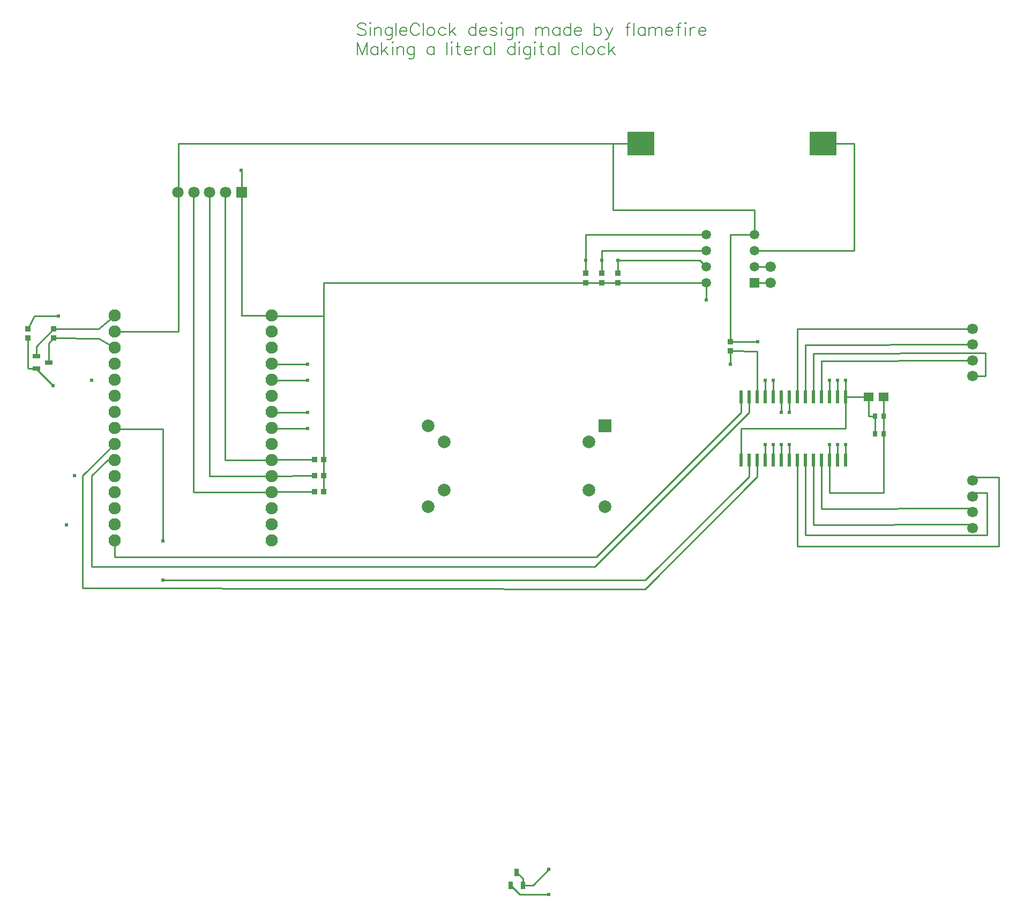
<source format=gtl>
G04 Layer: TopLayer*
G04 EasyEDA v6.5.22, 2022-11-14 19:57:00*
G04 f0da57bd03cf490fa7de3f553d211417,61aeb1a5dc08497992730370c491a1bd,10*
G04 Gerber Generator version 0.2*
G04 Scale: 100 percent, Rotated: No, Reflected: No *
G04 Dimensions in millimeters *
G04 leading zeros omitted , absolute positions ,4 integer and 5 decimal *
%FSLAX45Y45*%
%MOMM*%

%AMMACRO1*21,1,$1,$2,0,0,$3*%
%AMMACRO2*4,1,4,-0.2499,1,0.2499,1,0.2499,-1,-0.2499,-1,-0.2499,1,0*%
%ADD10C,0.2032*%
%ADD11C,0.2540*%
%ADD12R,4.2000X3.8000*%
%ADD13R,1.5000X1.3589*%
%ADD14R,0.8000X0.9000*%
%ADD15MACRO1,0.864X0.8065X0.0000*%
%ADD16R,0.8640X0.8065*%
%ADD17MACRO1,0.864X0.8065X-90.0000*%
%ADD18MACRO2*%
%ADD19R,0.7000X1.2500*%
%ADD20R,1.2500X0.7000*%
%ADD21C,2.0000*%
%ADD22MACRO1,2X2X0.0000*%
%ADD23C,1.9304*%
%ADD24C,1.7000*%
%ADD25R,1.5000X1.5000*%
%ADD26C,1.5000*%
%ADD27C,1.6764*%
%ADD28C,1.8000*%
%ADD29R,1.8000X1.8000*%
%ADD30C,0.6096*%
%ADD31C,0.0116*%

%LPD*%
D10*
X-2385313Y6374892D02*
G01*
X-2403855Y6393434D01*
X-2431542Y6402578D01*
X-2468371Y6402578D01*
X-2496057Y6393434D01*
X-2514600Y6374892D01*
X-2514600Y6356350D01*
X-2505455Y6338062D01*
X-2496057Y6328663D01*
X-2477770Y6319520D01*
X-2422144Y6300978D01*
X-2403855Y6291834D01*
X-2394457Y6282689D01*
X-2385313Y6264147D01*
X-2385313Y6236462D01*
X-2403855Y6217920D01*
X-2431542Y6208776D01*
X-2468371Y6208776D01*
X-2496057Y6217920D01*
X-2514600Y6236462D01*
X-2324354Y6402578D02*
G01*
X-2315210Y6393434D01*
X-2305812Y6402578D01*
X-2315210Y6411976D01*
X-2324354Y6402578D01*
X-2315210Y6338062D02*
G01*
X-2315210Y6208776D01*
X-2244852Y6338062D02*
G01*
X-2244852Y6208776D01*
X-2244852Y6300978D02*
G01*
X-2217165Y6328663D01*
X-2198623Y6338062D01*
X-2170937Y6338062D01*
X-2152650Y6328663D01*
X-2143252Y6300978D01*
X-2143252Y6208776D01*
X-1971547Y6338062D02*
G01*
X-1971547Y6190234D01*
X-1980692Y6162547D01*
X-1990089Y6153150D01*
X-2008378Y6144005D01*
X-2036063Y6144005D01*
X-2054605Y6153150D01*
X-1971547Y6310376D02*
G01*
X-1990089Y6328663D01*
X-2008378Y6338062D01*
X-2036063Y6338062D01*
X-2054605Y6328663D01*
X-2073147Y6310376D01*
X-2082292Y6282689D01*
X-2082292Y6264147D01*
X-2073147Y6236462D01*
X-2054605Y6217920D01*
X-2036063Y6208776D01*
X-2008378Y6208776D01*
X-1990089Y6217920D01*
X-1971547Y6236462D01*
X-1910587Y6402578D02*
G01*
X-1910587Y6208776D01*
X-1849628Y6282689D02*
G01*
X-1738629Y6282689D01*
X-1738629Y6300978D01*
X-1748028Y6319520D01*
X-1757171Y6328663D01*
X-1775713Y6338062D01*
X-1803400Y6338062D01*
X-1821942Y6328663D01*
X-1840229Y6310376D01*
X-1849628Y6282689D01*
X-1849628Y6264147D01*
X-1840229Y6236462D01*
X-1821942Y6217920D01*
X-1803400Y6208776D01*
X-1775713Y6208776D01*
X-1757171Y6217920D01*
X-1738629Y6236462D01*
X-1539239Y6356350D02*
G01*
X-1548384Y6374892D01*
X-1566926Y6393434D01*
X-1585468Y6402578D01*
X-1622297Y6402578D01*
X-1640839Y6393434D01*
X-1659381Y6374892D01*
X-1668526Y6356350D01*
X-1677670Y6328663D01*
X-1677670Y6282689D01*
X-1668526Y6254750D01*
X-1659381Y6236462D01*
X-1640839Y6217920D01*
X-1622297Y6208776D01*
X-1585468Y6208776D01*
X-1566926Y6217920D01*
X-1548384Y6236462D01*
X-1539239Y6254750D01*
X-1478279Y6402578D02*
G01*
X-1478279Y6208776D01*
X-1371092Y6338062D02*
G01*
X-1389634Y6328663D01*
X-1408176Y6310376D01*
X-1417320Y6282689D01*
X-1417320Y6264147D01*
X-1408176Y6236462D01*
X-1389634Y6217920D01*
X-1371092Y6208776D01*
X-1343405Y6208776D01*
X-1324863Y6217920D01*
X-1306576Y6236462D01*
X-1297178Y6264147D01*
X-1297178Y6282689D01*
X-1306576Y6310376D01*
X-1324863Y6328663D01*
X-1343405Y6338062D01*
X-1371092Y6338062D01*
X-1125473Y6310376D02*
G01*
X-1144015Y6328663D01*
X-1162304Y6338062D01*
X-1189989Y6338062D01*
X-1208531Y6328663D01*
X-1227073Y6310376D01*
X-1236218Y6282689D01*
X-1236218Y6264147D01*
X-1227073Y6236462D01*
X-1208531Y6217920D01*
X-1189989Y6208776D01*
X-1162304Y6208776D01*
X-1144015Y6217920D01*
X-1125473Y6236462D01*
X-1064513Y6402578D02*
G01*
X-1064513Y6208776D01*
X-972057Y6338062D02*
G01*
X-1064513Y6245605D01*
X-1027429Y6282689D02*
G01*
X-962913Y6208776D01*
X-648970Y6402578D02*
G01*
X-648970Y6208776D01*
X-648970Y6310376D02*
G01*
X-667257Y6328663D01*
X-685800Y6338062D01*
X-713486Y6338062D01*
X-732028Y6328663D01*
X-750570Y6310376D01*
X-759713Y6282689D01*
X-759713Y6264147D01*
X-750570Y6236462D01*
X-732028Y6217920D01*
X-713486Y6208776D01*
X-685800Y6208776D01*
X-667257Y6217920D01*
X-648970Y6236462D01*
X-588010Y6282689D02*
G01*
X-477012Y6282689D01*
X-477012Y6300978D01*
X-486410Y6319520D01*
X-495554Y6328663D01*
X-514095Y6338062D01*
X-541781Y6338062D01*
X-560070Y6328663D01*
X-578612Y6310376D01*
X-588010Y6282689D01*
X-588010Y6264147D01*
X-578612Y6236462D01*
X-560070Y6217920D01*
X-541781Y6208776D01*
X-514095Y6208776D01*
X-495554Y6217920D01*
X-477012Y6236462D01*
X-314452Y6310376D02*
G01*
X-323850Y6328663D01*
X-351536Y6338062D01*
X-379221Y6338062D01*
X-406907Y6328663D01*
X-416052Y6310376D01*
X-406907Y6291834D01*
X-388365Y6282689D01*
X-342137Y6273292D01*
X-323850Y6264147D01*
X-314452Y6245605D01*
X-314452Y6236462D01*
X-323850Y6217920D01*
X-351536Y6208776D01*
X-379221Y6208776D01*
X-406907Y6217920D01*
X-416052Y6236462D01*
X-253492Y6402578D02*
G01*
X-244347Y6393434D01*
X-234950Y6402578D01*
X-244347Y6411976D01*
X-253492Y6402578D01*
X-244347Y6338062D02*
G01*
X-244347Y6208776D01*
X-63245Y6338062D02*
G01*
X-63245Y6190234D01*
X-72389Y6162547D01*
X-81787Y6153150D01*
X-100329Y6144005D01*
X-128015Y6144005D01*
X-146304Y6153150D01*
X-63245Y6310376D02*
G01*
X-81787Y6328663D01*
X-100329Y6338062D01*
X-128015Y6338062D01*
X-146304Y6328663D01*
X-164845Y6310376D01*
X-173989Y6282689D01*
X-173989Y6264147D01*
X-164845Y6236462D01*
X-146304Y6217920D01*
X-128015Y6208776D01*
X-100329Y6208776D01*
X-81787Y6217920D01*
X-63245Y6236462D01*
X-2286Y6338062D02*
G01*
X-2286Y6208776D01*
X-2286Y6300978D02*
G01*
X25400Y6328663D01*
X43942Y6338062D01*
X71628Y6338062D01*
X90170Y6328663D01*
X99313Y6300978D01*
X99313Y6208776D01*
X302513Y6338062D02*
G01*
X302513Y6208776D01*
X302513Y6300978D02*
G01*
X330200Y6328663D01*
X348742Y6338062D01*
X376428Y6338062D01*
X394970Y6328663D01*
X404113Y6300978D01*
X404113Y6208776D01*
X404113Y6300978D02*
G01*
X431800Y6328663D01*
X450342Y6338062D01*
X478028Y6338062D01*
X496570Y6328663D01*
X505713Y6300978D01*
X505713Y6208776D01*
X677418Y6338062D02*
G01*
X677418Y6208776D01*
X677418Y6310376D02*
G01*
X659129Y6328663D01*
X640587Y6338062D01*
X612902Y6338062D01*
X594360Y6328663D01*
X575818Y6310376D01*
X566673Y6282689D01*
X566673Y6264147D01*
X575818Y6236462D01*
X594360Y6217920D01*
X612902Y6208776D01*
X640587Y6208776D01*
X659129Y6217920D01*
X677418Y6236462D01*
X849376Y6402578D02*
G01*
X849376Y6208776D01*
X849376Y6310376D02*
G01*
X830834Y6328663D01*
X812292Y6338062D01*
X784605Y6338062D01*
X766063Y6328663D01*
X747776Y6310376D01*
X738378Y6282689D01*
X738378Y6264147D01*
X747776Y6236462D01*
X766063Y6217920D01*
X784605Y6208776D01*
X812292Y6208776D01*
X830834Y6217920D01*
X849376Y6236462D01*
X910336Y6282689D02*
G01*
X1021079Y6282689D01*
X1021079Y6300978D01*
X1011936Y6319520D01*
X1002537Y6328663D01*
X984250Y6338062D01*
X956310Y6338062D01*
X938021Y6328663D01*
X919479Y6310376D01*
X910336Y6282689D01*
X910336Y6264147D01*
X919479Y6236462D01*
X938021Y6217920D01*
X956310Y6208776D01*
X984250Y6208776D01*
X1002537Y6217920D01*
X1021079Y6236462D01*
X1224279Y6402578D02*
G01*
X1224279Y6208776D01*
X1224279Y6310376D02*
G01*
X1242821Y6328663D01*
X1261110Y6338062D01*
X1289050Y6338062D01*
X1307337Y6328663D01*
X1325879Y6310376D01*
X1335023Y6282689D01*
X1335023Y6264147D01*
X1325879Y6236462D01*
X1307337Y6217920D01*
X1289050Y6208776D01*
X1261110Y6208776D01*
X1242821Y6217920D01*
X1224279Y6236462D01*
X1405381Y6338062D02*
G01*
X1460754Y6208776D01*
X1516126Y6338062D02*
G01*
X1460754Y6208776D01*
X1442212Y6171692D01*
X1423670Y6153150D01*
X1405381Y6144005D01*
X1395984Y6144005D01*
X1793239Y6402578D02*
G01*
X1774697Y6402578D01*
X1756410Y6393434D01*
X1747012Y6365747D01*
X1747012Y6208776D01*
X1719326Y6338062D02*
G01*
X1784095Y6338062D01*
X1854200Y6402578D02*
G01*
X1854200Y6208776D01*
X2025904Y6338062D02*
G01*
X2025904Y6208776D01*
X2025904Y6310376D02*
G01*
X2007615Y6328663D01*
X1989074Y6338062D01*
X1961388Y6338062D01*
X1942845Y6328663D01*
X1924304Y6310376D01*
X1915160Y6282689D01*
X1915160Y6264147D01*
X1924304Y6236462D01*
X1942845Y6217920D01*
X1961388Y6208776D01*
X1989074Y6208776D01*
X2007615Y6217920D01*
X2025904Y6236462D01*
X2086863Y6338062D02*
G01*
X2086863Y6208776D01*
X2086863Y6300978D02*
G01*
X2114550Y6328663D01*
X2133091Y6338062D01*
X2160777Y6338062D01*
X2179320Y6328663D01*
X2188463Y6300978D01*
X2188463Y6208776D01*
X2188463Y6300978D02*
G01*
X2216150Y6328663D01*
X2234691Y6338062D01*
X2262377Y6338062D01*
X2280920Y6328663D01*
X2290063Y6300978D01*
X2290063Y6208776D01*
X2351024Y6282689D02*
G01*
X2462022Y6282689D01*
X2462022Y6300978D01*
X2452624Y6319520D01*
X2443479Y6328663D01*
X2424938Y6338062D01*
X2397252Y6338062D01*
X2378709Y6328663D01*
X2360422Y6310376D01*
X2351024Y6282689D01*
X2351024Y6264147D01*
X2360422Y6236462D01*
X2378709Y6217920D01*
X2397252Y6208776D01*
X2424938Y6208776D01*
X2443479Y6217920D01*
X2462022Y6236462D01*
X2596895Y6402578D02*
G01*
X2578354Y6402578D01*
X2559811Y6393434D01*
X2550668Y6365747D01*
X2550668Y6208776D01*
X2522981Y6338062D02*
G01*
X2587497Y6338062D01*
X2657856Y6402578D02*
G01*
X2667000Y6393434D01*
X2676143Y6402578D01*
X2667000Y6411976D01*
X2657856Y6402578D01*
X2667000Y6338062D02*
G01*
X2667000Y6208776D01*
X2737104Y6338062D02*
G01*
X2737104Y6208776D01*
X2737104Y6282689D02*
G01*
X2746502Y6310376D01*
X2764790Y6328663D01*
X2783331Y6338062D01*
X2811018Y6338062D01*
X2871977Y6282689D02*
G01*
X2982975Y6282689D01*
X2982975Y6300978D01*
X2973577Y6319520D01*
X2964434Y6328663D01*
X2945891Y6338062D01*
X2918206Y6338062D01*
X2899663Y6328663D01*
X2881375Y6310376D01*
X2871977Y6282689D01*
X2871977Y6264147D01*
X2881375Y6236462D01*
X2899663Y6217920D01*
X2918206Y6208776D01*
X2945891Y6208776D01*
X2964434Y6217920D01*
X2982975Y6236462D01*
X-2514600Y6097778D02*
G01*
X-2514600Y5903976D01*
X-2514600Y6097778D02*
G01*
X-2440686Y5903976D01*
X-2366771Y6097778D02*
G01*
X-2440686Y5903976D01*
X-2366771Y6097778D02*
G01*
X-2366771Y5903976D01*
X-2195068Y6033262D02*
G01*
X-2195068Y5903976D01*
X-2195068Y6005576D02*
G01*
X-2213610Y6023863D01*
X-2231897Y6033262D01*
X-2259584Y6033262D01*
X-2278126Y6023863D01*
X-2296668Y6005576D01*
X-2305812Y5977889D01*
X-2305812Y5959347D01*
X-2296668Y5931662D01*
X-2278126Y5913120D01*
X-2259584Y5903976D01*
X-2231897Y5903976D01*
X-2213610Y5913120D01*
X-2195068Y5931662D01*
X-2134107Y6097778D02*
G01*
X-2134107Y5903976D01*
X-2041652Y6033262D02*
G01*
X-2134107Y5940805D01*
X-2097023Y5977889D02*
G01*
X-2032507Y5903976D01*
X-1971547Y6097778D02*
G01*
X-1962150Y6088634D01*
X-1953005Y6097778D01*
X-1962150Y6107176D01*
X-1971547Y6097778D01*
X-1962150Y6033262D02*
G01*
X-1962150Y5903976D01*
X-1892045Y6033262D02*
G01*
X-1892045Y5903976D01*
X-1892045Y5996178D02*
G01*
X-1864360Y6023863D01*
X-1845818Y6033262D01*
X-1818131Y6033262D01*
X-1799589Y6023863D01*
X-1790445Y5996178D01*
X-1790445Y5903976D01*
X-1618742Y6033262D02*
G01*
X-1618742Y5885434D01*
X-1627886Y5857747D01*
X-1637029Y5848350D01*
X-1655571Y5839205D01*
X-1683257Y5839205D01*
X-1701800Y5848350D01*
X-1618742Y6005576D02*
G01*
X-1637029Y6023863D01*
X-1655571Y6033262D01*
X-1683257Y6033262D01*
X-1701800Y6023863D01*
X-1720342Y6005576D01*
X-1729486Y5977889D01*
X-1729486Y5959347D01*
X-1720342Y5931662D01*
X-1701800Y5913120D01*
X-1683257Y5903976D01*
X-1655571Y5903976D01*
X-1637029Y5913120D01*
X-1618742Y5931662D01*
X-1304544Y6033262D02*
G01*
X-1304544Y5903976D01*
X-1304544Y6005576D02*
G01*
X-1323086Y6023863D01*
X-1341628Y6033262D01*
X-1369313Y6033262D01*
X-1387855Y6023863D01*
X-1406144Y6005576D01*
X-1415542Y5977889D01*
X-1415542Y5959347D01*
X-1406144Y5931662D01*
X-1387855Y5913120D01*
X-1369313Y5903976D01*
X-1341628Y5903976D01*
X-1323086Y5913120D01*
X-1304544Y5931662D01*
X-1101344Y6097778D02*
G01*
X-1101344Y5903976D01*
X-1040384Y6097778D02*
G01*
X-1031239Y6088634D01*
X-1022095Y6097778D01*
X-1031239Y6107176D01*
X-1040384Y6097778D01*
X-1031239Y6033262D02*
G01*
X-1031239Y5903976D01*
X-933450Y6097778D02*
G01*
X-933450Y5940805D01*
X-924052Y5913120D01*
X-905510Y5903976D01*
X-887221Y5903976D01*
X-961136Y6033262D02*
G01*
X-896365Y6033262D01*
X-826262Y5977889D02*
G01*
X-715263Y5977889D01*
X-715263Y5996178D01*
X-724662Y6014720D01*
X-733805Y6023863D01*
X-752347Y6033262D01*
X-780034Y6033262D01*
X-798576Y6023863D01*
X-816863Y6005576D01*
X-826262Y5977889D01*
X-826262Y5959347D01*
X-816863Y5931662D01*
X-798576Y5913120D01*
X-780034Y5903976D01*
X-752347Y5903976D01*
X-733805Y5913120D01*
X-715263Y5931662D01*
X-654304Y6033262D02*
G01*
X-654304Y5903976D01*
X-654304Y5977889D02*
G01*
X-645160Y6005576D01*
X-626618Y6023863D01*
X-608329Y6033262D01*
X-580389Y6033262D01*
X-408686Y6033262D02*
G01*
X-408686Y5903976D01*
X-408686Y6005576D02*
G01*
X-427228Y6023863D01*
X-445770Y6033262D01*
X-473455Y6033262D01*
X-491744Y6023863D01*
X-510286Y6005576D01*
X-519429Y5977889D01*
X-519429Y5959347D01*
X-510286Y5931662D01*
X-491744Y5913120D01*
X-473455Y5903976D01*
X-445770Y5903976D01*
X-427228Y5913120D01*
X-408686Y5931662D01*
X-347726Y6097778D02*
G01*
X-347726Y5903976D01*
X-33781Y6097778D02*
G01*
X-33781Y5903976D01*
X-33781Y6005576D02*
G01*
X-52070Y6023863D01*
X-70612Y6033262D01*
X-98297Y6033262D01*
X-116839Y6023863D01*
X-135381Y6005576D01*
X-144526Y5977889D01*
X-144526Y5959347D01*
X-135381Y5931662D01*
X-116839Y5913120D01*
X-98297Y5903976D01*
X-70612Y5903976D01*
X-52070Y5913120D01*
X-33781Y5931662D01*
X27178Y6097778D02*
G01*
X36576Y6088634D01*
X45720Y6097778D01*
X36576Y6107176D01*
X27178Y6097778D01*
X36576Y6033262D02*
G01*
X36576Y5903976D01*
X217423Y6033262D02*
G01*
X217423Y5885434D01*
X208279Y5857747D01*
X199136Y5848350D01*
X180594Y5839205D01*
X152907Y5839205D01*
X134365Y5848350D01*
X217423Y6005576D02*
G01*
X199136Y6023863D01*
X180594Y6033262D01*
X152907Y6033262D01*
X134365Y6023863D01*
X115823Y6005576D01*
X106679Y5977889D01*
X106679Y5959347D01*
X115823Y5931662D01*
X134365Y5913120D01*
X152907Y5903976D01*
X180594Y5903976D01*
X199136Y5913120D01*
X217423Y5931662D01*
X278384Y6097778D02*
G01*
X287781Y6088634D01*
X296926Y6097778D01*
X287781Y6107176D01*
X278384Y6097778D01*
X287781Y6033262D02*
G01*
X287781Y5903976D01*
X385571Y6097778D02*
G01*
X385571Y5940805D01*
X394970Y5913120D01*
X413257Y5903976D01*
X431800Y5903976D01*
X357886Y6033262D02*
G01*
X422655Y6033262D01*
X603504Y6033262D02*
G01*
X603504Y5903976D01*
X603504Y6005576D02*
G01*
X585215Y6023863D01*
X566673Y6033262D01*
X538987Y6033262D01*
X520445Y6023863D01*
X501904Y6005576D01*
X492760Y5977889D01*
X492760Y5959347D01*
X501904Y5931662D01*
X520445Y5913120D01*
X538987Y5903976D01*
X566673Y5903976D01*
X585215Y5913120D01*
X603504Y5931662D01*
X664463Y6097778D02*
G01*
X664463Y5903976D01*
X978662Y6005576D02*
G01*
X960120Y6023863D01*
X941578Y6033262D01*
X913892Y6033262D01*
X895350Y6023863D01*
X877062Y6005576D01*
X867663Y5977889D01*
X867663Y5959347D01*
X877062Y5931662D01*
X895350Y5913120D01*
X913892Y5903976D01*
X941578Y5903976D01*
X960120Y5913120D01*
X978662Y5931662D01*
X1039621Y6097778D02*
G01*
X1039621Y5903976D01*
X1146810Y6033262D02*
G01*
X1128268Y6023863D01*
X1109726Y6005576D01*
X1100581Y5977889D01*
X1100581Y5959347D01*
X1109726Y5931662D01*
X1128268Y5913120D01*
X1146810Y5903976D01*
X1174495Y5903976D01*
X1192784Y5913120D01*
X1211326Y5931662D01*
X1220470Y5959347D01*
X1220470Y5977889D01*
X1211326Y6005576D01*
X1192784Y6023863D01*
X1174495Y6033262D01*
X1146810Y6033262D01*
X1392428Y6005576D02*
G01*
X1373886Y6023863D01*
X1355344Y6033262D01*
X1327657Y6033262D01*
X1309370Y6023863D01*
X1290828Y6005576D01*
X1281429Y5977889D01*
X1281429Y5959347D01*
X1290828Y5931662D01*
X1309370Y5913120D01*
X1327657Y5903976D01*
X1355344Y5903976D01*
X1373886Y5913120D01*
X1392428Y5931662D01*
X1453387Y6097778D02*
G01*
X1453387Y5903976D01*
X1545589Y6033262D02*
G01*
X1453387Y5940805D01*
X1490218Y5977889D02*
G01*
X1554987Y5903976D01*
D11*
X3759200Y3060700D02*
G01*
X3759200Y3454400D01*
X1524000Y3454400D01*
X1524000Y4495800D01*
X1528190Y4499990D01*
X1961489Y4499990D01*
X3759200Y2806700D02*
G01*
X5334000Y2806700D01*
X5334000Y4495800D01*
X5329809Y4499990D01*
X4838496Y4499990D01*
X4013200Y2552700D02*
G01*
X3759200Y2552700D01*
X3759200Y2298700D02*
G01*
X4013200Y2298700D01*
X-3199536Y-495300D02*
G01*
X-3873271Y-495300D01*
X-3876979Y-499008D01*
X-3876979Y-753008D02*
G01*
X-3224936Y-749300D01*
X-3876039Y-1007008D02*
G01*
X-3873271Y-1003300D01*
X-3224936Y-1003300D01*
X2997200Y2298700D02*
G01*
X2997200Y2032000D01*
X-3048863Y-495300D02*
G01*
X-3048863Y-749297D01*
X-3048861Y-749300D01*
X-3048863Y-1003300D02*
G01*
X-3048863Y-749300D01*
X-3302000Y0D02*
G01*
X-3867988Y0D01*
X-3876979Y8991D01*
X-3302000Y254000D02*
G01*
X-3867988Y254000D01*
X-3876979Y262991D01*
X-3302000Y762000D02*
G01*
X-3867988Y762000D01*
X-3876979Y770991D01*
X-3302000Y1016000D02*
G01*
X-3867988Y1016000D01*
X-3876979Y1024991D01*
X-3876979Y1786991D02*
G01*
X-4356100Y1786991D01*
X-4351401Y1791690D01*
X-4351401Y3733800D01*
X-3876979Y-1007008D02*
G01*
X-5105400Y-1007008D01*
X-5105400Y3729812D01*
X-5101412Y3733800D01*
X-3876979Y-753008D02*
G01*
X-4851400Y-753008D01*
X-4851400Y3733800D01*
X-3876979Y-499008D02*
G01*
X-4610100Y-499008D01*
X-4610100Y3725113D01*
X-4601413Y3733800D01*
X1961489Y4499990D02*
G01*
X-5346700Y4499990D01*
X-5346700Y3738498D01*
X-5351398Y3733800D01*
X-6353987Y1532991D02*
G01*
X-5346700Y1532991D01*
X-5346700Y3729101D01*
X-5351398Y3733800D01*
X3378200Y1370736D02*
G01*
X3378200Y3060700D01*
X3759200Y3060700D01*
X3378200Y1016000D02*
G01*
X3378200Y1220061D01*
X2997200Y2298700D02*
G01*
X1600200Y2299462D01*
X1346200Y2299563D02*
G01*
X1600200Y2299563D01*
X1092200Y2299563D02*
G01*
X1346200Y2299563D01*
X2997200Y3060700D02*
G01*
X1092200Y3060700D01*
X1092200Y2654300D01*
X1092200Y2450236D02*
G01*
X1092200Y2654300D01*
X1346200Y2450236D02*
G01*
X1346200Y2654300D01*
X2997200Y2806700D02*
G01*
X1346200Y2805429D01*
X1346200Y2654300D01*
X2997200Y2552700D02*
G01*
X2895600Y2654300D01*
X1600200Y2654300D01*
X1600200Y2450236D02*
G01*
X1600200Y2654300D01*
X-7315200Y1423263D02*
G01*
X-6604000Y1422400D01*
X-6353987Y1278991D01*
X-7315200Y1573936D02*
G01*
X-6604000Y1574800D01*
X-6353987Y1786991D01*
X1092200Y2299563D02*
G01*
X-3048000Y2299563D01*
X-3048000Y1778000D01*
X-7315200Y1423261D02*
G01*
X-7393000Y1345460D01*
X-7393000Y1041400D01*
X-7315200Y1573938D02*
G01*
X-7592999Y1296139D01*
X-7592999Y1136395D01*
X0Y-7024700D02*
G01*
X94995Y-7119696D01*
X94995Y-7224699D01*
X3378200Y1370736D02*
G01*
X3809136Y1370736D01*
X3810000Y1371600D01*
X3793901Y431800D02*
G01*
X3797300Y1219200D01*
X3378200Y1220063D01*
X5195491Y500001D02*
G01*
X5194300Y501190D01*
X5194300Y762000D01*
X5068491Y499998D02*
G01*
X5067300Y762000D01*
X5067300Y762000D01*
X4941491Y499998D02*
G01*
X4940300Y762000D01*
X4940300Y762000D01*
X4814491Y499998D02*
G01*
X4813300Y1066800D01*
X7199884Y1074928D01*
X7199985Y824992D02*
G01*
X7404100Y825500D01*
X7404100Y1193800D01*
X4686300Y1181100D01*
X4687491Y499998D01*
X4560491Y499998D02*
G01*
X4559300Y1320800D01*
X7199985Y1324990D01*
X4433491Y499998D02*
G01*
X4432300Y1574800D01*
X7199884Y1575054D01*
X4940300Y-254000D02*
G01*
X4940300Y-254000D01*
X4941491Y-499998D01*
X5068491Y-499998D02*
G01*
X5068491Y-499998D01*
X5067300Y-254000D01*
X5195491Y-500001D02*
G01*
X5194300Y-498810D01*
X5194300Y-254000D01*
X4687491Y-499998D02*
G01*
X4686300Y-1524000D01*
X7213600Y-1518005D01*
X4814491Y-499998D02*
G01*
X4813300Y-1270000D01*
X7213600Y-1267993D01*
X7213600Y-1018006D02*
G01*
X7429500Y-1018006D01*
X7429500Y-1689100D01*
X4559300Y-1689100D01*
X4560491Y-499998D01*
X4433491Y-499998D02*
G01*
X4432300Y-1866900D01*
X7620000Y-1866900D01*
X7620000Y-774700D01*
X7220305Y-774700D01*
X7213600Y-767994D01*
X5796892Y495300D02*
G01*
X5797699Y190500D01*
X5556907Y495300D02*
G01*
X5556907Y190500D01*
X5657700Y190500D01*
X5657700Y-88900D02*
G01*
X5657700Y190500D01*
X5797699Y-88900D02*
G01*
X5797699Y190500D01*
X5556910Y495300D02*
G01*
X5195491Y499998D01*
X5797702Y-88900D02*
G01*
X5797702Y-1016000D01*
X4940300Y-1016000D01*
X4941491Y-499998D01*
X4941491Y-499998D01*
X3671564Y-500123D02*
G01*
X3670300Y-762000D01*
X2032000Y-2400300D01*
X-5588000Y-2400300D01*
X-6353987Y8991D02*
G01*
X-6332296Y-12700D01*
X-5588000Y-12700D01*
X-5588000Y-1778000D01*
X3544570Y500126D02*
G01*
X3543300Y254000D01*
X1257300Y-2032000D01*
X-6350000Y-2032000D01*
X-6353987Y-2028012D01*
X-6353987Y-1769008D01*
X3671570Y500126D02*
G01*
X3670300Y254000D01*
X1231900Y-2184400D01*
X-6718300Y-2184400D01*
X-6718300Y-749300D01*
X-6468008Y-499008D01*
X-6353987Y-499008D01*
X-3048863Y-495300D02*
G01*
X-3048000Y1778000D01*
X-3868420Y1778000D01*
X-3876039Y1786991D01*
X-7327900Y673100D02*
G01*
X-7315200Y685800D01*
X-7327900Y673100D02*
G01*
X-7592999Y938199D01*
X-7592999Y946404D01*
X-7721600Y1423263D02*
G01*
X-7721600Y952500D01*
X-7714995Y946404D01*
X-7592999Y946404D01*
X-4351398Y3733800D02*
G01*
X-4351398Y4071998D01*
X-4356100Y4076700D01*
X-7239000Y1778000D02*
G01*
X-7620000Y1778000D01*
X-7721600Y1573936D01*
X5195570Y500126D02*
G01*
X5194300Y0D01*
X3544570Y-1270D01*
X3544570Y-500126D01*
X508000Y-7366000D02*
G01*
X46304Y-7366000D01*
X-94995Y-7224699D01*
X508000Y-6972300D02*
G01*
X255600Y-7224699D01*
X94995Y-7224699D01*
X3798570Y-500126D02*
G01*
X3797300Y-762000D01*
X2032000Y-2540000D01*
X-6858000Y-2527300D01*
X-6858000Y-749020D01*
X-6353987Y-245008D01*
X3924300Y-254000D02*
G01*
X3925570Y-500126D01*
X4051300Y-254000D02*
G01*
X4052570Y-500126D01*
X4178300Y-254000D02*
G01*
X4179570Y-500126D01*
X4305300Y-254000D02*
G01*
X4306570Y-500126D01*
X3924300Y762000D02*
G01*
X3925570Y500126D01*
X4051300Y762000D02*
G01*
X4052570Y500126D01*
X4306570Y500126D02*
G01*
X4305300Y254000D01*
X4179570Y500126D02*
G01*
X4178300Y254000D01*
D12*
G01*
X4838496Y4499990D03*
G01*
X1961489Y4499990D03*
D13*
G01*
X5556910Y495300D03*
G01*
X5796889Y495300D03*
D14*
G01*
X5657697Y-88900D03*
G01*
X5797702Y-88900D03*
G01*
X5657697Y190500D03*
G01*
X5797702Y190500D03*
D15*
G01*
X1600200Y2299575D03*
D16*
G01*
X1600200Y2450236D03*
D15*
G01*
X1346200Y2299575D03*
D16*
G01*
X1346200Y2450236D03*
D15*
G01*
X1092200Y2299575D03*
D16*
G01*
X1092200Y2450236D03*
D15*
G01*
X3378200Y1370724D03*
D16*
G01*
X3378200Y1220063D03*
D17*
G01*
X-3199524Y-495300D03*
G01*
X-3048875Y-495300D03*
G01*
X-3199524Y-749300D03*
G01*
X-3048875Y-749300D03*
G01*
X-3199524Y-1003300D03*
G01*
X-3048875Y-1003300D03*
D18*
G01*
X3544493Y499998D03*
G01*
X3544493Y-499998D03*
G01*
X3671493Y499998D03*
G01*
X3671493Y-499998D03*
G01*
X3798493Y499998D03*
G01*
X3798493Y-499998D03*
G01*
X3925493Y499998D03*
G01*
X3925493Y-499998D03*
G01*
X4052493Y499998D03*
G01*
X4052493Y-499998D03*
G01*
X4179493Y499998D03*
G01*
X4179493Y-499998D03*
G01*
X4306493Y499998D03*
G01*
X4306493Y-499998D03*
G01*
X4433493Y499998D03*
G01*
X4433493Y-499998D03*
G01*
X4560493Y499998D03*
G01*
X4560493Y-499998D03*
G01*
X4687493Y499998D03*
G01*
X4687493Y-499998D03*
G01*
X4814493Y499998D03*
G01*
X4814493Y-499998D03*
G01*
X4941493Y499998D03*
G01*
X4941493Y-499998D03*
G01*
X5068493Y499998D03*
G01*
X5068493Y-499998D03*
G01*
X5195493Y499998D03*
G01*
X5195493Y-499998D03*
D19*
G01*
X-94995Y-7224699D03*
G01*
X94995Y-7224699D03*
G01*
X0Y-7024700D03*
D20*
G01*
X-7592999Y1136395D03*
G01*
X-7592999Y946404D03*
G01*
X-7393000Y1041400D03*
D15*
G01*
X-7721600Y1573924D03*
D16*
G01*
X-7721600Y1423263D03*
D15*
G01*
X-7315200Y1573924D03*
D16*
G01*
X-7315200Y1423263D03*
D21*
G01*
X1143000Y-218998D03*
G01*
X-1143000Y-218998D03*
G01*
X1397000Y-1235989D03*
D22*
G01*
X1397000Y35991D03*
D21*
G01*
X1143000Y-980998D03*
G01*
X-1397000Y-1235989D03*
G01*
X-1397000Y35991D03*
G01*
X-1143000Y-980998D03*
D23*
G01*
X-6353987Y1786991D03*
G01*
X-6353987Y1532991D03*
G01*
X-6353987Y1278991D03*
G01*
X-6353987Y1024991D03*
G01*
X-6353987Y770991D03*
G01*
X-6353987Y516991D03*
G01*
X-6353987Y262991D03*
G01*
X-6353987Y8991D03*
G01*
X-6353987Y-245008D03*
G01*
X-6353987Y-499008D03*
G01*
X-6353987Y-753008D03*
G01*
X-6353987Y-1007008D03*
G01*
X-6353987Y-1261008D03*
G01*
X-6353987Y-1515008D03*
G01*
X-6353987Y-1769008D03*
G01*
X-3876979Y1786991D03*
G01*
X-3876979Y1532991D03*
G01*
X-3876979Y1278991D03*
G01*
X-3876979Y1024991D03*
G01*
X-3876979Y770991D03*
G01*
X-3876979Y516991D03*
G01*
X-3876979Y262991D03*
G01*
X-3876979Y8991D03*
G01*
X-3876979Y-245008D03*
G01*
X-3876979Y-499008D03*
G01*
X-3876979Y-753008D03*
G01*
X-3876979Y-1007008D03*
G01*
X-3876979Y-1261008D03*
G01*
X-3876979Y-1515008D03*
G01*
X-3876979Y-1769008D03*
D24*
G01*
X7199985Y1575003D03*
G01*
X7199985Y1324990D03*
G01*
X7199985Y1075004D03*
G01*
X7199985Y824992D03*
G01*
X7199985Y-824992D03*
G01*
X7199985Y-1075004D03*
G01*
X7199985Y-1324990D03*
G01*
X7199985Y-1575003D03*
D25*
G01*
X3759200Y2298700D03*
D26*
G01*
X3759200Y2552700D03*
G01*
X3759200Y2806700D03*
G01*
X3759200Y3060700D03*
G01*
X2997200Y2298700D03*
G01*
X2997200Y2552700D03*
G01*
X2997200Y2806700D03*
G01*
X2997200Y3060700D03*
D27*
G01*
X4013200Y2552700D03*
G01*
X4013200Y2298700D03*
D28*
G01*
X-4851400Y3733800D03*
G01*
X-4601413Y3733800D03*
D29*
G01*
X-4351401Y3733800D03*
D28*
G01*
X-5101412Y3733800D03*
G01*
X-5351398Y3733800D03*
D30*
G01*
X5067300Y-254000D03*
G01*
X5194300Y-254000D03*
G01*
X-3302000Y254000D03*
G01*
X-3302000Y0D03*
G01*
X-3302000Y762000D03*
G01*
X-3302000Y1016000D03*
G01*
X4940300Y762000D03*
G01*
X5067300Y762000D03*
G01*
X2997200Y2032000D03*
G01*
X5194300Y762000D03*
G01*
X3378200Y1016000D03*
G01*
X-7327900Y673100D03*
G01*
X1346200Y2654300D03*
G01*
X1092200Y2654300D03*
G01*
X1600200Y2654300D03*
G01*
X-6985000Y-749300D03*
G01*
X-7112000Y-1524000D03*
G01*
X-6718300Y762000D03*
G01*
X4940300Y-254000D03*
G01*
X508000Y-6972300D03*
G01*
X3810000Y1371600D03*
G01*
X-5588000Y-1778000D03*
G01*
X-5588000Y-2400300D03*
G01*
X-7239000Y1778000D03*
G01*
X-4356100Y4076700D03*
G01*
X4305300Y254000D03*
G01*
X4178300Y254000D03*
G01*
X4051300Y762000D03*
G01*
X3924300Y762000D03*
G01*
X508000Y-7366000D03*
G01*
X3924300Y-254000D03*
G01*
X4051300Y-254000D03*
G01*
X4178300Y-254000D03*
G01*
X4305300Y-254000D03*
M02*

</source>
